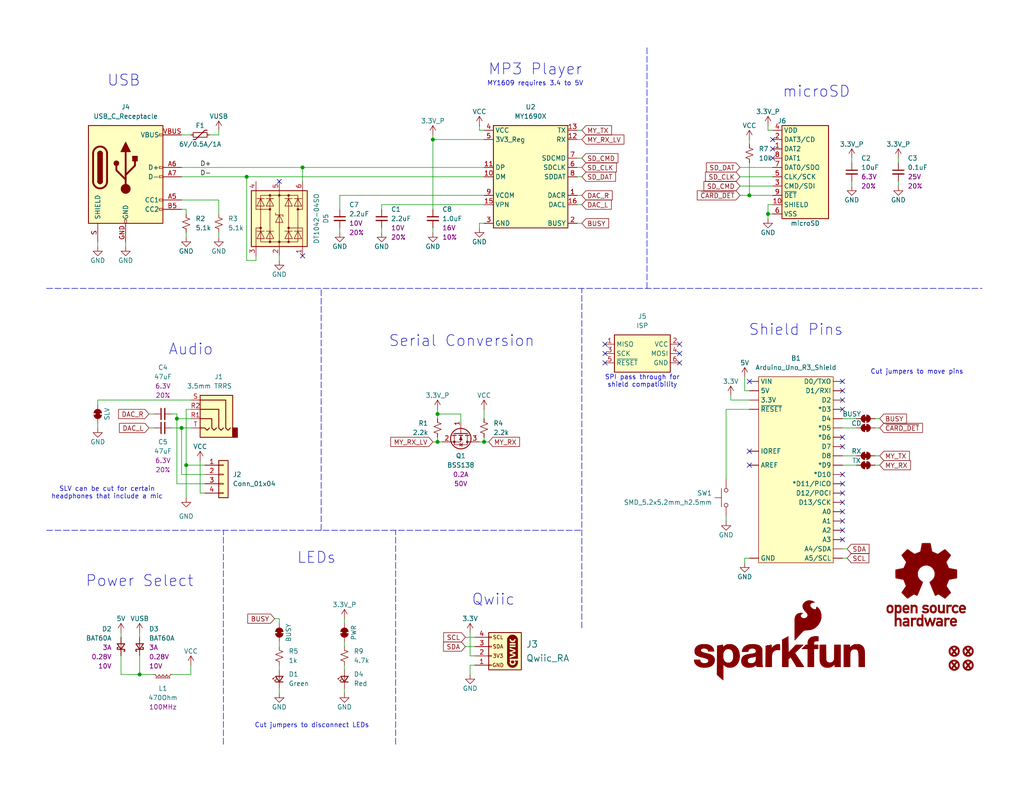
<source format=kicad_sch>
(kicad_sch (version 20231120) (generator "eeschema") (generator_version "8.0")
  (paper "USLetter")
  (title_block (title "SparkFun Serial MP3 Player Shield") (date "2025-01-17") (rev "v11") (comment 1 "Designed by: N. Seidle"))
  (junction (at 67.31 48.26))
  (junction (at 204.47 53.34))
  (junction (at 209.55 58.42))
  (junction (at 48.26 114.3))
  (junction (at 119.38 120.65))
  (junction (at 50.8 127))
  (junction (at 82.55 45.72))
  (junction (at 118.11 38.1))
  (junction (at 132.08 120.65))
  (junction (at 38.1 184.15))
  (junction (at 119.38 113.03))
  (junction (at 49.53 116.84))
  (no_connect (at 229.87 109.22))
  (no_connect (at 229.87 132.08))
  (no_connect (at 210.82 40.64))
  (no_connect (at 229.87 139.7))
  (no_connect (at 165.1 93.98))
  (no_connect (at 210.82 43.18))
  (no_connect (at 229.87 119.38))
  (no_connect (at 229.87 137.16))
  (no_connect (at 204.47 104.14))
  (no_connect (at 229.87 134.62))
  (no_connect (at 229.87 142.24))
  (no_connect (at 165.1 96.52))
  (no_connect (at 185.42 96.52))
  (no_connect (at 229.87 147.32))
  (no_connect (at 229.87 144.78))
  (no_connect (at 185.42 93.98))
  (no_connect (at 76.2 49.53))
  (no_connect (at 82.55 69.85))
  (no_connect (at 229.87 106.68))
  (no_connect (at 229.87 111.76))
  (no_connect (at 210.82 38.1))
  (no_connect (at 185.42 99.06))
  (no_connect (at 165.1 99.06))
  (no_connect (at 204.47 127))
  (no_connect (at 229.87 121.92))
  (no_connect (at 204.47 123.19))
  (no_connect (at 229.87 104.14))
  (no_connect (at 229.87 129.54))
  (wire (pts (xy 210.82 35.56) (xy 209.55 35.56)))
  (wire (pts (xy 129.54 179.07) (xy 128.27 179.07)) (stroke (width 0.1524)))
  (wire (pts (xy 48.26 114.3) (xy 52.07 114.3)))
  (wire (pts (xy 33.02 179.07) (xy 33.02 184.15)))
  (wire (pts (xy 40.64 116.84) (xy 41.91 116.84)))
  (wire (pts (xy 203.2 102.87) (xy 203.2 106.68)))
  (wire (pts (xy 59.69 36.83) (xy 59.69 35.56)))
  (wire (pts (xy 201.93 45.72) (xy 210.82 45.72)))
  (wire (pts (xy 118.11 36.83) (xy 118.11 38.1)))
  (wire (pts (xy 59.69 64.77) (xy 59.69 63.5)))
  (wire (pts (xy 92.71 63.5) (xy 92.71 62.23)))
  (wire (pts (xy 240.03 127) (xy 238.76 127)))
  (wire (pts (xy 54.61 125.73) (xy 54.61 134.62)))
  (wire (pts (xy 232.41 44.45) (xy 232.41 43.18)))
  (wire (pts (xy 158.75 53.34) (xy 157.48 53.34)))
  (wire (pts (xy 240.03 114.3) (xy 238.76 114.3)))
  (wire (pts (xy 46.99 113.03) (xy 48.26 113.03)))
  (wire (pts (xy 129.54 176.53) (xy 127 176.53)) (stroke (width 0.1524)))
  (polyline (pts (xy 176.53 78.74) (xy 176.53 12.7)) (stroke (width 0) (type dash)))
  (wire (pts (xy 119.38 114.3) (xy 119.38 113.03)))
  (wire (pts (xy 50.8 64.77) (xy 50.8 63.5)))
  (wire (pts (xy 119.38 120.65) (xy 120.65 120.65)))
  (wire (pts (xy 76.2 170.18) (xy 76.2 168.91)))
  (wire (pts (xy 49.53 116.84) (xy 52.07 116.84)))
  (wire (pts (xy 209.55 34.29) (xy 209.55 35.56)))
  (wire (pts (xy 50.8 127) (xy 50.8 135.89)))
  (wire (pts (xy 128.27 179.07) (xy 128.27 172.72)) (stroke (width 0.1524)))
  (wire (pts (xy 158.75 35.56) (xy 157.48 35.56)))
  (wire (pts (xy 55.88 134.62) (xy 54.61 134.62)))
  (wire (pts (xy 119.38 119.38) (xy 119.38 120.65)))
  (wire (pts (xy 49.53 129.54) (xy 49.53 116.84)))
  (wire (pts (xy 76.2 182.88) (xy 76.2 181.61)))
  (wire (pts (xy 104.14 55.88) (xy 104.14 57.15)))
  (wire (pts (xy 49.53 54.61) (xy 59.69 54.61)))
  (wire (pts (xy 67.31 48.26) (xy 67.31 71.12)))
  (wire (pts (xy 38.1 179.07) (xy 38.1 184.15)))
  (wire (pts (xy 201.93 50.8) (xy 210.82 50.8)))
  (wire (pts (xy 233.68 127) (xy 229.87 127)))
  (wire (pts (xy 158.75 45.72) (xy 157.48 45.72)))
  (polyline (pts (xy 12.7 144.78) (xy 158.75 144.78)) (stroke (width 0) (type dash)))
  (wire (pts (xy 26.67 109.22) (xy 52.07 109.22)))
  (wire (pts (xy 34.29 66.04) (xy 34.29 67.31)))
  (wire (pts (xy 204.47 44.45) (xy 204.47 53.34)))
  (wire (pts (xy 199.39 109.22) (xy 204.47 109.22)))
  (wire (pts (xy 201.93 48.26) (xy 210.82 48.26)))
  (wire (pts (xy 199.39 109.22) (xy 199.39 107.95)))
  (wire (pts (xy 92.71 53.34) (xy 92.71 57.15)))
  (polyline (pts (xy 107.95 203.2) (xy 107.95 144.78)) (stroke (width 0) (type dash)))
  (wire (pts (xy 198.12 130.81) (xy 198.12 111.76)))
  (wire (pts (xy 128.27 181.61) (xy 128.27 184.15)) (stroke (width 0.1524)))
  (wire (pts (xy 203.2 106.68) (xy 204.47 106.68)))
  (wire (pts (xy 48.26 132.08) (xy 48.26 114.3)))
  (wire (pts (xy 57.15 36.83) (xy 59.69 36.83)))
  (wire (pts (xy 69.85 71.12) (xy 67.31 71.12)))
  (wire (pts (xy 50.8 127) (xy 55.88 127)))
  (wire (pts (xy 132.08 119.38) (xy 132.08 120.65)))
  (wire (pts (xy 46.99 116.84) (xy 49.53 116.84)))
  (wire (pts (xy 92.71 53.34) (xy 132.08 53.34)))
  (wire (pts (xy 93.98 182.88) (xy 93.98 181.61)))
  (wire (pts (xy 233.68 124.46) (xy 229.87 124.46)))
  (wire (pts (xy 201.93 53.34) (xy 204.47 53.34)))
  (wire (pts (xy 130.81 35.56) (xy 132.08 35.56)))
  (wire (pts (xy 198.12 142.24) (xy 198.12 140.97)))
  (wire (pts (xy 49.53 57.15) (xy 50.8 57.15)))
  (wire (pts (xy 33.02 173.99) (xy 33.02 172.72)))
  (wire (pts (xy 93.98 168.91) (xy 93.98 170.18)))
  (wire (pts (xy 104.14 55.88) (xy 132.08 55.88)))
  (wire (pts (xy 52.07 111.76) (xy 50.8 111.76)))
  (wire (pts (xy 76.2 71.12) (xy 76.2 69.85)))
  (wire (pts (xy 82.55 45.72) (xy 132.08 45.72)))
  (wire (pts (xy 210.82 58.42) (xy 209.55 58.42)))
  (wire (pts (xy 46.99 184.15) (xy 52.07 184.15)))
  (wire (pts (xy 26.67 116.84) (xy 26.67 115.57)))
  (wire (pts (xy 26.67 66.04) (xy 26.67 67.31)))
  (wire (pts (xy 119.38 113.03) (xy 125.73 113.03)))
  (wire (pts (xy 209.55 55.88) (xy 209.55 58.42)))
  (wire (pts (xy 158.75 48.26) (xy 157.48 48.26)))
  (wire (pts (xy 233.68 116.84) (xy 229.87 116.84)))
  (wire (pts (xy 238.76 124.46) (xy 240.03 124.46)))
  (wire (pts (xy 204.47 152.4) (xy 203.2 152.4)))
  (polyline (pts (xy 12.7 78.74) (xy 137.16 78.74)) (stroke (width 0) (type dash)))
  (wire (pts (xy 48.26 113.03) (xy 48.26 114.3)))
  (wire (pts (xy 158.75 43.18) (xy 157.48 43.18)))
  (wire (pts (xy 74.93 168.91) (xy 76.2 168.91)))
  (wire (pts (xy 203.2 152.4) (xy 203.2 153.67)))
  (polyline (pts (xy 60.96 203.2) (xy 60.96 144.78)) (stroke (width 0) (type dash)))
  (wire (pts (xy 158.75 38.1) (xy 157.48 38.1)))
  (wire (pts (xy 240.03 116.84) (xy 238.76 116.84)))
  (wire (pts (xy 132.08 111.76) (xy 132.08 114.3)))
  (wire (pts (xy 59.69 54.61) (xy 59.69 58.42)))
  (wire (pts (xy 118.11 38.1) (xy 118.11 57.15)))
  (wire (pts (xy 38.1 184.15) (xy 41.91 184.15)))
  (wire (pts (xy 93.98 187.96) (xy 93.98 189.23)))
  (wire (pts (xy 130.81 34.29) (xy 130.81 35.56)))
  (wire (pts (xy 76.2 187.96) (xy 76.2 189.23)))
  (wire (pts (xy 40.64 113.03) (xy 41.91 113.03)))
  (wire (pts (xy 69.85 69.85) (xy 69.85 71.12)))
  (wire (pts (xy 245.11 44.45) (xy 245.11 43.18)))
  (wire (pts (xy 50.8 57.15) (xy 50.8 58.42)))
  (wire (pts (xy 209.55 58.42) (xy 209.55 59.69)))
  (wire (pts (xy 204.47 53.34) (xy 210.82 53.34)))
  (wire (pts (xy 93.98 176.53) (xy 93.98 175.26)))
  (wire (pts (xy 49.53 48.26) (xy 67.31 48.26)))
  (wire (pts (xy 158.75 60.96) (xy 157.48 60.96)))
  (wire (pts (xy 104.14 63.5) (xy 104.14 62.23)))
  (wire (pts (xy 118.11 120.65) (xy 119.38 120.65)))
  (wire (pts (xy 233.68 114.3) (xy 229.87 114.3)))
  (wire (pts (xy 50.8 111.76) (xy 50.8 127)))
  (wire (pts (xy 245.11 50.8) (xy 245.11 49.53)))
  (wire (pts (xy 52.07 181.61) (xy 52.07 184.15)))
  (wire (pts (xy 132.08 60.96) (xy 130.81 60.96)))
  (wire (pts (xy 158.75 55.88) (xy 157.48 55.88)))
  (wire (pts (xy 198.12 111.76) (xy 204.47 111.76)))
  (wire (pts (xy 38.1 173.99) (xy 38.1 172.72)))
  (wire (pts (xy 130.81 120.65) (xy 132.08 120.65)))
  (wire (pts (xy 129.54 173.99) (xy 127 173.99)) (stroke (width 0.1524)))
  (wire (pts (xy 67.31 48.26) (xy 132.08 48.26)))
  (wire (pts (xy 55.88 132.08) (xy 48.26 132.08)))
  (wire (pts (xy 26.67 109.22) (xy 26.67 110.49)))
  (wire (pts (xy 76.2 176.53) (xy 76.2 175.26)))
  (wire (pts (xy 119.38 111.76) (xy 119.38 113.03)))
  (wire (pts (xy 82.55 45.72) (xy 82.55 49.53)))
  (wire (pts (xy 129.54 181.61) (xy 128.27 181.61)) (stroke (width 0.1524)))
  (polyline (pts (xy 87.63 144.78) (xy 87.63 78.74)) (stroke (width 0) (type dash)))
  (wire (pts (xy 52.07 36.83) (xy 49.53 36.83)))
  (wire (pts (xy 132.08 120.65) (xy 133.35 120.65)))
  (wire (pts (xy 232.41 50.8) (xy 232.41 49.53)))
  (polyline (pts (xy 137.16 78.74) (xy 267.97 78.74)) (stroke (width 0) (type dash)))
  (wire (pts (xy 49.53 45.72) (xy 82.55 45.72)))
  (wire (pts (xy 231.14 149.86) (xy 229.87 149.86)))
  (wire (pts (xy 130.81 60.96) (xy 130.81 62.23)))
  (wire (pts (xy 210.82 55.88) (xy 209.55 55.88)))
  (wire (pts (xy 33.02 184.15) (xy 38.1 184.15)))
  (wire (pts (xy 118.11 63.5) (xy 118.11 62.23)))
  (wire (pts (xy 231.14 152.4) (xy 229.87 152.4)))
  (wire (pts (xy 55.88 129.54) (xy 49.53 129.54)))
  (wire (pts (xy 125.73 113.03) (xy 125.73 115.57)))
  (wire (pts (xy 132.08 38.1) (xy 118.11 38.1)))
  (wire (pts (xy 204.47 38.1) (xy 204.47 39.37)))
  (polyline (pts (xy 158.75 171.45) (xy 158.75 78.74)) (stroke (width 0) (type dash)))
  (text "Cut jumpers to disconnect LEDs" (at 85.09 198.12 0) (effects (font (size 1.27 1.27))))
  (text "MY1609 requires 3.4 to 5V" (at 146.05 22.86 0) (effects (font (size 1.27 1.27))))
  (text "Serial Conversion" (at 125.984 93.218 0) (effects (font (size 3 3))))
  (text "Cut jumpers to move pins" (at 250.19 101.6 0) (effects (font (size 1.27 1.27))))
  (text "Audio" (at 52.07 95.504 0) (effects (font (size 3 3))))
  (text "USB" (at 33.782 22.098 0) (effects (font (size 3 3))))
  (text "microSD" (at 222.758 25.146 0) (effects (font (size 3 3))))
  (text "SPI pass through for\nshield compatibility" (at 175.26 104.14 0) (effects (font (size 1.27 1.27))))
  (text "SLV can be cut for certain\nheadphones that include a mic" (at 29.21 134.62 0) (effects (font (size 1.27 1.27))))
  (text "MP3 Player" (at 146.05 19.05 0) (effects (font (size 3 3))))
  (text "Qwiic" (at 134.62 163.83 0) (effects (font (size 3 3))))
  (text "Power Select" (at 38.1 158.75 0) (effects (font (size 3 3))))
  (text "Shield Pins" (at 217.17 90.17 0) (effects (font (size 3 3))))
  (text "LEDs" (at 86.36 152.4 0) (effects (font (size 3 3))))
  (label "D-" (at 54.61 48.26 0))
  (label "D+" (at 54.61 45.72 0))
  (global_label "BUSY" (shape input) (at 74.93 168.91 180) (property "Intersheetrefs" "${INTERSHEET_REFS}" (effects (hide yes))))
  (global_label "DAC_R" (shape input) (at 40.64 113.03 180) (property "Intersheetrefs" "${INTERSHEET_REFS}" (effects (hide yes))))
  (global_label "SD_DAT" (shape input) (at 158.75 48.26 0) (property "Intersheetrefs" "${INTERSHEET_REFS}" (effects (hide yes))))
  (global_label "SCL" (shape input) (at 231.14 152.4 0) (property "Intersheetrefs" "${INTERSHEET_REFS}" (effects (hide yes))))
  (global_label "SD_CLK" (shape input) (at 158.75 45.72 0) (property "Intersheetrefs" "${INTERSHEET_REFS}" (effects (hide yes))))
  (global_label "SD_DAT" (shape input) (at 201.93 45.72 180) (property "Intersheetrefs" "${INTERSHEET_REFS}" (effects (hide yes))))
  (global_label "MY_TX" (shape input) (at 158.75 35.56 0) (property "Intersheetrefs" "${INTERSHEET_REFS}" (effects (hide yes))))
  (global_label "DAC_L" (shape input) (at 158.75 55.88 0) (property "Intersheetrefs" "${INTERSHEET_REFS}" (effects (hide yes))))
  (global_label "SDA" (shape input) (at 231.14 149.86 0) (property "Intersheetrefs" "${INTERSHEET_REFS}" (effects (hide yes))))
  (global_label "MY_RX_LV" (shape input) (at 158.75 38.1 0) (property "Intersheetrefs" "${INTERSHEET_REFS}" (effects (hide yes))))
  (global_label "~{CARD_DET}" (shape input) (at 240.03 116.84 0) (property "Intersheetrefs" "${INTERSHEET_REFS}" (effects (hide yes))))
  (global_label "SD_CMD" (shape input) (at 201.93 50.8 180) (property "Intersheetrefs" "${INTERSHEET_REFS}" (effects (hide yes))))
  (global_label "MY_RX" (shape input) (at 240.03 127 0) (property "Intersheetrefs" "${INTERSHEET_REFS}" (effects (hide yes))))
  (global_label "~{CARD_DET}" (shape input) (at 201.93 53.34 180) (property "Intersheetrefs" "${INTERSHEET_REFS}" (effects (hide yes))))
  (global_label "SD_CLK" (shape input) (at 201.93 48.26 180) (property "Intersheetrefs" "${INTERSHEET_REFS}" (effects (hide yes))))
  (global_label "MY_TX" (shape input) (at 240.03 124.46 0) (property "Intersheetrefs" "${INTERSHEET_REFS}" (effects (hide yes))))
  (global_label "MY_RX_LV" (shape input) (at 118.11 120.65 180) (property "Intersheetrefs" "${INTERSHEET_REFS}" (effects (hide yes))))
  (global_label "DAC_R" (shape input) (at 158.75 53.34 0) (property "Intersheetrefs" "${INTERSHEET_REFS}" (effects (hide yes))))
  (global_label "SD_CMD" (shape input) (at 158.75 43.18 0) (property "Intersheetrefs" "${INTERSHEET_REFS}" (effects (hide yes))))
  (global_label "BUSY" (shape input) (at 240.03 114.3 0) (property "Intersheetrefs" "${INTERSHEET_REFS}" (effects (hide yes))))
  (global_label "SDA" (shape input) (at 127 176.53 180) (property "Intersheetrefs" "${INTERSHEET_REFS}" (effects (hide yes))))
  (global_label "DAC_L" (shape input) (at 40.64 116.84 180) (property "Intersheetrefs" "${INTERSHEET_REFS}" (effects (hide yes))))
  (global_label "SCL" (shape input) (at 127 173.99 180) (property "Intersheetrefs" "${INTERSHEET_REFS}" (effects (hide yes))))
  (global_label "BUSY" (shape input) (at 158.75 60.96 0) (property "Intersheetrefs" "${INTERSHEET_REFS}" (effects (hide yes))))
  (global_label "MY_RX" (shape input) (at 133.35 120.65 0) (property "Intersheetrefs" "${INTERSHEET_REFS}" (effects (hide yes))))
  (symbol (lib_id "SparkFun-Connector:Qwiic_Right_Angle") (at 134.62 176.53 0) (unit 1)
    (property "Reference" "J3" (at 143.51 175.8949 0) (effects (font (size 1.778 1.778)) (justify left)))
    (property "Value" "Qwiic_RA" (at 143.51 179.7049 0) (effects (font (size 1.778 1.778)) (justify left)))
    (property "Footprint" "SparkFun-Connector:JST_SMD_1.0mm-4_Black" (effects (hide yes)))
    (property "Datasheet" "https://www.jst-mfg.com/product/pdf/eng/eSH.pdf" (effects (hide yes)))
    (property "Description" "4 pin JST 1mm polarized connector for I2C" (effects (hide yes)))
    (property "PROD_ID" "CONN-13694" (effects (hide yes)))
  )
  (symbol (lib_id "SparkFun-Switch:SPST_Push_SMD_5.2x5.2mm_h2.5mm") (at 198.12 135.89 90) (unit 1)
    (property "Reference" "SW1" (at 194.31 134.6199 90) (effects (justify left)))
    (property "Value" "SMD_5.2x5.2mm_h2.5mm" (at 194.31 137.1599 90) (effects (justify left)))
    (property "Footprint" "SparkFun-Switch:Push_SMD_5.2x5.2mm_h2.5mm" (effects (hide yes)))
    (property "Description" "Single Pole Single Throw (SPST) switch" (effects (hide yes)))
    (property "PROD_ID" "SWCH-14139" (effects (hide yes)))
  )
  (symbol (lib_id "power:VCC") (at 54.61 125.73 0) (unit 1)
    (property "Reference" "#PWR031" (effects (hide yes)))
    (property "Value" "VCC" (at 54.61 121.92 0))
    (property "Description" "Power symbol creates a global label with name \"VCC\"" (effects (hide yes)))
  )
  (symbol (lib_id "SparkFun-PowerSymbol:GND") (at 93.98 189.23 0) (unit 1)
    (property "Reference" "#PWR037" (effects (hide yes)))
    (property "Value" "GND" (at 93.98 193.04 0))
    (property "Description" "Power symbol creates a global label with name \"GND\" , ground" (effects (hide yes)))
  )
  (symbol (lib_id "SparkFun-PowerSymbol:3.3V_P") (at 119.38 111.76 0) (unit 1)
    (property "Reference" "#PWR018" (effects (hide yes)))
    (property "Value" "3.3V_P" (at 119.38 107.95 0))
    (property "Description" "Power symbol creates a global label with name \"3.3V_P\"" (effects (hide yes)))
  )
  (symbol (lib_id "SparkFun-Capacitor:2.2uF_0603_10V_20%") (at 92.71 59.69 0) (unit 1)
    (property "Reference" "C7" (at 95.25 55.8862 0) (effects (justify left)))
    (property "Value" "2.2uF" (at 95.25 58.4262 0) (effects (justify left)))
    (property "Footprint" "SparkFun-Capacitor:C_0603_1608Metric" (effects (hide yes)))
    (property "Datasheet" "https://cdn.sparkfun.com/assets/8/a/4/a/5/Kemet_Capacitor_Datasheet.pdf" (effects (hide yes)))
    (property "Description" "Unpolarized capacitor" (effects (hide yes)))
    (property "PROD_ID" "CAP-07888" (effects (hide yes)))
    (property "Voltage" "10V" (at 95.25 60.9662 0) (effects (justify left)))
    (property "Tolerance" "20%" (at 95.25 63.5062 0) (effects (justify left)))
  )
  (symbol (lib_id "SparkFun-DiscreteSemi:D_TVS_ESD_USB") (at 76.2 58.42 0) (mirror y) (unit 1)
    (property "Reference" "D5" (at 88.9 59.69 90))
    (property "Value" "DT1042-04SO" (at 86.36 59.69 90))
    (property "Footprint" "SparkFun-Semiconductor-Standard:SOT23-6" (effects (hide yes)))
    (property "Datasheet" "https://www.diodes.com/assets/Datasheets/DT1042-04SO.pdf" (effects (hide yes)))
    (property "Description" "Very low capacitance ESD protection diode, 4 data-line, SOT-23-6" (effects (hide yes)))
    (property "PROD_ID" "IC-13538" (effects (hide yes)))
  )
  (symbol (lib_id "SparkFun-DiscreteSemi:D_Schottky_3A_10V_0.28V") (at 38.1 176.53 90) (unit 1)
    (property "Reference" "D3" (at 40.64 171.7039 90) (effects (justify right)))
    (property "Value" "BAT60A" (at 40.64 174.2439 90) (effects (justify right)))
    (property "Footprint" "SparkFun-Semiconductor-Standard:SOD-323" (effects (hide yes)))
    (property "Datasheet" "https://www.infineon.com/dgdl/bat60aseries.pdf?folderId=db3a304313d846880113def5812204a1&fileId=db3a304313d846880113def70c9304a9" (effects (hide yes)))
    (property "Description" "Schottky diode" (effects (hide yes)))
    (property "PROD_ID" "DIO-14072" (effects (hide yes)))
    (property "IMax" "3A" (at 40.64 176.7839 90) (effects (justify right)))
    (property "VDrop" "0.28V" (at 40.64 179.3239 90) (effects (justify right)))
    (property "VMax" "10V" (at 40.64 181.8639 90) (effects (justify right)))
  )
  (symbol (lib_id "power:VCC") (at 204.47 38.1 0) (unit 1)
    (property "Reference" "#PWR033" (effects (hide yes)))
    (property "Value" "VCC" (at 204.47 34.29 0))
    (property "Description" "Power symbol creates a global label with name \"VCC\"" (effects (hide yes)))
  )
  (symbol (lib_id "SparkFun-DiscreteSemi:D_Schottky_3A_10V_0.28V") (at 33.02 176.53 270) (mirror x) (unit 1)
    (property "Reference" "D2" (at 30.48 171.7039 90) (effects (justify right)))
    (property "Value" "BAT60A" (at 30.48 174.2439 90) (effects (justify right)))
    (property "Footprint" "SparkFun-Semiconductor-Standard:SOD-323" (effects (hide yes)))
    (property "Datasheet" "https://www.infineon.com/dgdl/bat60aseries.pdf?folderId=db3a304313d846880113def5812204a1&fileId=db3a304313d846880113def70c9304a9" (effects (hide yes)))
    (property "Description" "Schottky diode" (effects (hide yes)))
    (property "PROD_ID" "DIO-14072" (effects (hide yes)))
    (property "IMax" "3A" (at 30.48 176.7839 90) (effects (justify right)))
    (property "VDrop" "0.28V" (at 30.48 179.3239 90) (effects (justify right)))
    (property "VMax" "10V" (at 30.48 181.8639 90) (effects (justify right)))
  )
  (symbol (lib_id "SparkFun-Aesthetic:SparkFun_Logo") (at 212.09 179.07 0) (unit 1) (on_board no)
    (property "Reference" "G5" (effects (hide yes)))
    (property "Value" "SparkFun_Logo" (effects (hide yes)))
    (property "Footprint" "SparkFun-Aesthetic:SparkFun_Logo_8mm" (effects (hide yes)))
  )
  (symbol (lib_id "SparkFun-Connector:USB_C_Receptacle") (at 34.29 45.72 0) (unit 1)
    (property "Reference" "J4" (at 34.29 29.21 0))
    (property "Value" "USB_C_Receptacle" (at 34.29 31.75 0))
    (property "Footprint" "SparkFun-Connector:USB-C_16" (effects (hide yes)))
    (property "Datasheet" "https://www.usb.org/sites/default/files/documents/usb_type-c.zip" (effects (hide yes)))
    (property "Description" "USB 2.0-only Type-C Receptacle connector" (effects (hide yes)))
    (property "PROD_ID" "CONN-14122" (effects (hide yes)))
  )
  (symbol (lib_id "SparkFun-Connector:Conn_01x04") (at 60.96 129.54 0) (unit 1)
    (property "Reference" "J2" (at 63.5 129.5399 0) (effects (justify left)))
    (property "Value" "Conn_01x04" (at 63.5 132.0799 0) (effects (justify left)))
    (property "Footprint" "SparkFun-Connector:1x04" (effects (hide yes)))
    (property "Description" "Basic 0.1\" PTH" (effects (hide yes)))
  )
  (symbol (lib_id "SparkFun-PowerSymbol:GND") (at 128.27 184.15 0) (unit 1)
    (property "Reference" "#PWR032" (effects (hide yes)))
    (property "Value" "GND" (at 128.27 187.96 0))
    (property "Description" "Power symbol creates a global label with name \"GND\" , ground" (effects (hide yes)))
  )
  (symbol (lib_id "SparkFun-Capacitor:47uF_0805_6.3V_20%") (at 44.45 113.03 90) (unit 1)
    (property "Reference" "C4" (at 44.4563 100.33 90))
    (property "Value" "47uF" (at 44.4563 102.87 90))
    (property "Footprint" "SparkFun-Capacitor:C_0805_2012Metric" (effects (hide yes)))
    (property "Datasheet" "https://cdn.sparkfun.com/assets/8/a/4/a/5/Kemet_Capacitor_Datasheet.pdf" (effects (hide yes)))
    (property "Description" "Unpolarized capacitor" (effects (hide yes)))
    (property "PROD_ID" "CAP-13854" (effects (hide yes)))
    (property "Voltage" "6.3V" (at 44.4563 105.41 90))
    (property "Tolerance" "20%" (at 44.4563 107.95 90))
  )
  (symbol (lib_id "SparkFun-Jumper:SolderJumper_2_Bridged") (at 26.67 113.03 90) (unit 1)
    (property "Reference" "JP7" (effects (hide yes)))
    (property "Value" "SLV" (at 29.21 113.03 0))
    (property "Footprint" "SparkFun-Jumper:Jumper_2_NC_Trace" (effects (hide yes)))
    (property "Description" "Solder Jumper, 2-pole, closed/bridged" (effects (hide yes)))
  )
  (symbol (lib_id "SparkFun-Capacitor:2.2uF_0603_10V_20%") (at 104.14 59.69 0) (unit 1)
    (property "Reference" "C1" (at 106.68 57.15 0) (effects (justify left)))
    (property "Value" "2.2uF" (at 106.68 59.69 0) (effects (justify left)))
    (property "Footprint" "SparkFun-Capacitor:C_0603_1608Metric" (effects (hide yes)))
    (property "Datasheet" "https://cdn.sparkfun.com/assets/8/a/4/a/5/Kemet_Capacitor_Datasheet.pdf" (effects (hide yes)))
    (property "Description" "Unpolarized capacitor" (effects (hide yes)))
    (property "PROD_ID" "CAP-07888" (effects (hide yes)))
    (property "Voltage" "10V" (at 106.68 62.23 0) (effects (justify left)))
    (property "Tolerance" "20%" (at 106.68 64.77 0) (effects (justify left)))
  )
  (symbol (lib_id "SparkFun-PowerSymbol:3.3V_P") (at 209.55 34.29 0) (unit 1)
    (property "Reference" "#PWR011" (effects (hide yes)))
    (property "Value" "3.3V_P" (at 209.55 30.48 0))
    (property "Description" "Power symbol creates a global label with name \"3.3V_P\"" (effects (hide yes)))
  )
  (symbol (lib_id "SparkFun-Fuse:Fuse 6V/0.5A/1A") (at 54.61 36.83 180) (unit 1)
    (property "Reference" "F1" (at 54.61 34.29 0))
    (property "Value" "6V/0.5A/1A" (at 54.61 39.37 0))
    (property "Footprint" "SparkFun-Fuse:0805" (effects (hide yes)))
    (property "Datasheet" "https://www.belfuse.com/resources/datasheets/circuitprotection/ds-cp-0zck-series.pdf" (effects (hide yes)))
    (property "Description" "Resettable fuse" (effects (hide yes)))
    (property "PROD_ID" "RES-13945" (effects (hide yes)))
  )
  (symbol (lib_name "3.3V_2") (lib_id "SparkFun-PowerSymbol:3.3V") (at 199.39 107.95 0) (unit 1)
    (property "Reference" "#PWR035" (effects (hide yes)))
    (property "Value" "3.3V" (at 199.39 104.14 0))
    (property "Description" "Power symbol creates a global label with name \"3.3V\"" (effects (hide yes)))
  )
  (symbol (lib_id "SparkFun-PowerSymbol:GND") (at 76.2 71.12 0) (unit 1)
    (property "Reference" "#PWR019" (effects (hide yes)))
    (property "Value" "GND" (at 76.2 74.93 0))
    (property "Description" "Power symbol creates a global label with name \"GND\" , ground" (effects (hide yes)))
  )
  (symbol (lib_id "SparkFun-Aesthetic:Fiducial_0.5mm") (at 264.16 177.8 0) (unit 1)
    (property "Reference" "FID1" (effects (hide yes)))
    (property "Value" "Fiducial_0.5mm" (effects (hide yes)))
    (property "Footprint" "SparkFun-Aesthetic:Fiducial_0.5mm_Mask1mm" (effects (hide yes)))
    (property "Description" "Fiducial Marker" (effects (hide yes)))
  )
  (symbol (lib_id "SparkFun-PowerSymbol:VUSB") (at 38.1 172.72 0) (unit 1)
    (property "Reference" "#PWR028" (effects (hide yes)))
    (property "Value" "VUSB" (at 38.1 168.91 0))
    (property "Description" "Power symbol creates a global label with name \"VUSB\"" (effects (hide yes)))
  )
  (symbol (lib_id "SparkFun-Aesthetic:Fiducial_0.5mm") (at 264.16 181.61 0) (unit 1)
    (property "Reference" "FID4" (effects (hide yes)))
    (property "Value" "Fiducial_0.5mm" (effects (hide yes)))
    (property "Footprint" "SparkFun-Aesthetic:Fiducial_0.5mm_Mask1mm" (effects (hide yes)))
    (property "Description" "Fiducial Marker" (effects (hide yes)))
  )
  (symbol (lib_id "SparkFun-Capacitor:47uF_0805_6.3V_20%") (at 44.45 116.84 90) (unit 1)
    (property "Reference" "C5" (at 44.4563 120.65 90))
    (property "Value" "47uF" (at 44.4563 123.19 90))
    (property "Footprint" "SparkFun-Capacitor:C_0805_2012Metric" (effects (hide yes)))
    (property "Datasheet" "https://cdn.sparkfun.com/assets/8/a/4/a/5/Kemet_Capacitor_Datasheet.pdf" (effects (hide yes)))
    (property "Description" "Unpolarized capacitor" (effects (hide yes)))
    (property "PROD_ID" "CAP-13854" (effects (hide yes)))
    (property "Voltage" "6.3V" (at 44.4563 125.73 90))
    (property "Tolerance" "20%" (at 44.4563 128.27 90))
  )
  (symbol (lib_id "SparkFun-PowerSymbol:5V") (at 203.2 102.87 0) (unit 1)
    (property "Reference" "#PWR029" (effects (hide yes)))
    (property "Value" "5V" (at 203.2 99.06 0))
    (property "Description" "Power symbol creates a global label with name \"5V\"" (effects (hide yes)))
  )
  (symbol (lib_id "power:VCC") (at 132.08 111.76 0) (unit 1)
    (property "Reference" "#PWR07" (effects (hide yes)))
    (property "Value" "VCC" (at 132.08 107.95 0))
    (property "Description" "Power symbol creates a global label with name \"VCC\"" (effects (hide yes)))
  )
  (symbol (lib_id "power:VCC") (at 130.81 34.29 0) (unit 1)
    (property "Reference" "#PWR05" (effects (hide yes)))
    (property "Value" "VCC" (at 130.81 30.48 0))
    (property "Description" "Power symbol creates a global label with name \"VCC\"" (effects (hide yes)))
  )
  (symbol (lib_id "SparkFun-Resistor:1k_0603") (at 76.2 179.07 90) (unit 1)
    (property "Reference" "R5" (at 78.74 177.7999 90) (effects (justify right)))
    (property "Value" "1k" (at 78.74 180.3399 90) (effects (justify right)))
    (property "Footprint" "SparkFun-Resistor:R_0603_1608Metric" (effects (hide yes)))
    (property "Datasheet" "https://www.vishay.com/docs/20035/dcrcwe3.pdf" (effects (hide yes)))
    (property "Description" "Resistor" (effects (hide yes)))
    (property "PROD_ID" "RES-07856" (effects (hide yes)))
  )
  (symbol (lib_id "SparkFun-PowerSymbol:GND") (at 26.67 116.84 0) (unit 1)
    (property "Reference" "#PWR030" (effects (hide yes)))
    (property "Value" "GND" (at 26.67 120.65 0))
    (property "Description" "Power symbol creates a global label with name \"GND\" , ground" (effects (hide yes)))
  )
  (symbol (lib_id "SparkFun-PowerSymbol:3.3V_P") (at 245.11 43.18 0) (unit 1)
    (property "Reference" "#PWR027" (effects (hide yes)))
    (property "Value" "3.3V_P" (at 245.11 39.37 0))
    (property "Description" "Power symbol creates a global label with name \"3.3V_P\"" (effects (hide yes)))
  )
  (symbol (lib_id "SparkFun-PowerSymbol:GND") (at 209.55 59.69 0) (unit 1)
    (property "Reference" "#PWR021" (effects (hide yes)))
    (property "Value" "GND" (at 209.55 63.5 0))
    (property "Description" "Power symbol creates a global label with name \"GND\" , ground" (effects (hide yes)))
  )
  (symbol (lib_id "SparkFun-Aesthetic:OSHW_Logo") (at 252.73 163.83 0) (unit 1) (in_bom no)
    (property "Reference" "G1" (effects (hide yes)))
    (property "Value" "OSHW_Logo" (effects (hide yes)))
    (property "Footprint" "SparkFun-Aesthetic:Creative_Commons_License" (effects (hide yes)))
  )
  (symbol (lib_id "SparkFun-Jumper:Jumper_Measure") (at 236.22 124.46 0) (unit 1)
    (property "Reference" "JP5" (effects (hide yes)))
    (property "Value" "RX" (at 233.68 123.19 0))
    (property "Footprint" "SparkFun-Jumper:Jumper_2_PTH_SMD_Combo-NC" (effects (hide yes)))
    (property "Description" "Solder Jumper, 2-pole, closed/bridged" (effects (hide yes)))
  )
  (symbol (lib_name "3.3V_1") (lib_id "SparkFun-PowerSymbol:3.3V") (at 128.27 172.72 0) (unit 1)
    (property "Reference" "#PWR034" (effects (hide yes)))
    (property "Value" "3.3V" (at 128.27 168.91 0))
    (property "Description" "Power symbol creates a global label with name \"3.3V\"" (effects (hide yes)))
  )
  (symbol (lib_id "SparkFun-LED:LED_Green_0603") (at 76.2 185.42 90) (unit 1)
    (property "Reference" "D1" (at 78.74 184.0864 90) (effects (justify right)))
    (property "Value" "Green" (at 78.74 186.6264 90) (effects (justify right)))
    (property "Footprint" "SparkFun-LED:LED_0603_1608Metric_Green" (effects (hide yes)))
    (property "Datasheet" "https://docs.broadcom.com/docs/AV02-0551EN" (effects (hide yes)))
    (property "Description" "Light emitting diode" (effects (hide yes)))
    (property "PROD_ID" "DIO-00821" (effects (hide yes)))
  )
  (symbol (lib_id "SparkFun-Jumper:Jumper_Measure") (at 236.22 116.84 0) (unit 1)
    (property "Reference" "JP3" (effects (hide yes)))
    (property "Value" "CD" (at 233.68 115.57 0))
    (property "Footprint" "SparkFun-Jumper:Jumper_2_PTH_SMD_Combo-NC" (effects (hide yes)))
    (property "Description" "Solder Jumper, 2-pole, closed/bridged" (effects (hide yes)))
  )
  (symbol (lib_id "SparkFun-Resistor:2.2k_0603") (at 132.08 116.84 90) (unit 1)
    (property "Reference" "R4" (at 134.62 115.5699 90) (effects (justify right)))
    (property "Value" "2.2k" (at 134.62 118.1099 90) (effects (justify right)))
    (property "Footprint" "SparkFun-Resistor:R_0603_1608Metric" (effects (hide yes)))
    (property "Datasheet" "https://www.vishay.com/docs/20035/dcrcwe3.pdf" (effects (hide yes)))
    (property "Description" "Resistor" (effects (hide yes)))
    (property "PROD_ID" "RES-08272" (effects (hide yes)))
  )
  (symbol (lib_id "SparkFun-PowerSymbol:GND") (at 26.67 67.31 0) (unit 1)
    (property "Reference" "#PWR09" (effects (hide yes)))
    (property "Value" "GND" (at 26.67 71.12 0))
    (property "Description" "Power symbol creates a global label with name \"GND\" , ground" (effects (hide yes)))
  )
  (symbol (lib_id "SparkFun-Connector:microSD_PushPush") (at 219.71 48.26 0) (unit 1)
    (property "Reference" "J6" (at 213.36 33.02 0))
    (property "Value" "microSD" (at 219.71 60.96 0))
    (property "Footprint" "SparkFun-Connector:microSD_External_Pin" (effects (hide yes)))
    (property "Datasheet" "https://cdn.sparkfun.com/assets/a/d/6/0/8/microSD_Datasheet_msd-1-a.pdf" (effects (hide yes)))
    (property "Description" "Micro SD socket External Pin" (effects (hide yes)))
    (property "PROD_ID" "CONN-16110" (effects (hide yes)))
  )
  (symbol (lib_id "SparkFun-PowerSymbol:3.3V_P") (at 118.11 36.83 0) (unit 1)
    (property "Reference" "#PWR016" (effects (hide yes)))
    (property "Value" "3.3V_P" (at 118.11 33.02 0))
    (property "Description" "Power symbol creates a global label with name \"3.3V_P\"" (effects (hide yes)))
  )
  (symbol (lib_id "SparkFun-Resistor:10k_0603") (at 204.47 41.91 90) (unit 1)
    (property "Reference" "R7" (at 207.01 40.6399 90) (effects (justify right)))
    (property "Value" "10k" (at 207.01 43.1799 90) (effects (justify right)))
    (property "Footprint" "SparkFun-Resistor:R_0603_1608Metric" (effects (hide yes)))
    (property "Datasheet" "https://www.vishay.com/docs/20035/dcrcwe3.pdf" (effects (hide yes)))
    (property "Description" "Resistor" (effects (hide yes)))
    (property "PROD_ID" "RES-00824" (effects (hide yes)))
  )
  (symbol (lib_id "SparkFun-Jumper:Jumper_Measure") (at 236.22 127 0) (unit 1)
    (property "Reference" "JP6" (effects (hide yes)))
    (property "Value" "TX" (at 233.68 125.73 0))
    (property "Footprint" "SparkFun-Jumper:Jumper_2_PTH_SMD_Combo-NC" (effects (hide yes)))
    (property "Description" "Solder Jumper, 2-pole, closed/bridged" (effects (hide yes)))
  )
  (symbol (lib_id "SparkFun-Capacitor:1.0uF_0603_16V_10%") (at 118.11 59.69 0) (unit 1)
    (property "Reference" "C8" (at 120.65 57.15 0) (effects (justify left)))
    (property "Value" "1.0uF" (at 120.65 59.69 0) (effects (justify left)))
    (property "Footprint" "SparkFun-Capacitor:C_0603_1608Metric" (effects (hide yes)))
    (property "Datasheet" "https://cdn.sparkfun.com/assets/8/a/4/a/5/Kemet_Capacitor_Datasheet.pdf" (effects (hide yes)))
    (property "Description" "Unpolarized capacitor" (effects (hide yes)))
    (property "PROD_ID" "CAP-13930" (effects (hide yes)))
    (property "Voltage" "16V" (at 120.65 62.23 0) (effects (justify left)))
    (property "Tolerance" "10%" (at 120.65 64.77 0) (effects (justify left)))
  )
  (symbol (lib_id "SparkFun-PowerSymbol:3.3V_P") (at 232.41 43.18 0) (unit 1)
    (property "Reference" "#PWR026" (effects (hide yes)))
    (property "Value" "3.3V_P" (at 232.41 39.37 0))
    (property "Description" "Power symbol creates a global label with name \"3.3V_P\"" (effects (hide yes)))
  )
  (symbol (lib_id "SparkFun-PowerSymbol:GND") (at 104.14 63.5 0) (unit 1)
    (property "Reference" "#PWR013" (effects (hide yes)))
    (property "Value" "GND" (at 104.14 67.31 0))
    (property "Description" "Power symbol creates a global label with name \"GND\" , ground" (effects (hide yes)))
  )
  (symbol (lib_id "SparkFun-PowerSymbol:VUSB") (at 59.69 35.56 0) (unit 1)
    (property "Reference" "#PWR024" (effects (hide yes)))
    (property "Value" "VUSB" (at 59.69 31.75 0))
    (property "Description" "Power symbol creates a global label with name \"VUSB\"" (effects (hide yes)))
  )
  (symbol (lib_id "SparkFun-Coil:470Ohm_0603_1.0A") (at 44.45 184.15 180) (unit 1)
    (property "Reference" "L1" (at 44.45 187.96 0))
    (property "Value" "470Ohm" (at 44.45 190.5 0))
    (property "Footprint" "SparkFun-Capacitor:C_0603_1608Metric" (effects (hide yes)))
    (property "Datasheet" "http://www.murata.com/en-global/api/pdfdownloadapi?cate=luNoiseSupprFilteChipFerriBead&partno=BLM18PG471SN1%23" (effects (hide yes)))
    (property "Description" "Inductor" (effects (hide yes)))
    (property "PROD_ID" "NDUC-12579" (effects (hide yes)))
    (property "Frequency" "100MHz" (at 44.45 193.04 0))
  )
  (symbol (lib_id "SparkFun-Capacitor:10uF_0603_6.3V_20%") (at 232.41 46.99 0) (unit 1)
    (property "Reference" "C2" (at 234.95 43.1862 0) (effects (justify left)))
    (property "Value" "10uF" (at 234.95 45.7262 0) (effects (justify left)))
    (property "Footprint" "SparkFun-Capacitor:C_0603_1608Metric" (effects (hide yes)))
    (property "Datasheet" "https://cdn.sparkfun.com/assets/8/a/4/a/5/Kemet_Capacitor_Datasheet.pdf" (effects (hide yes)))
    (property "Description" "Unpolarized capacitor" (effects (hide yes)))
    (property "PROD_ID" "CAP-11015" (effects (hide yes)))
    (property "Voltage" "6.3V" (at 234.95 48.2662 0) (effects (justify left)))
    (property "Tolerance" "20%" (at 234.95 50.8062 0) (effects (justify left)))
  )
  (symbol (lib_id "SparkFun-PowerSymbol:GND") (at 245.11 50.8 0) (unit 1)
    (property "Reference" "#PWR025" (effects (hide yes)))
    (property "Value" "GND" (at 245.11 54.61 0))
    (property "Description" "Power symbol creates a global label with name \"GND\" , ground" (effects (hide yes)))
  )
  (symbol (lib_id "SparkFun-IC-Special-Function:MY1690X-16S") (at 144.78 48.26 0) (unit 1)
    (property "Reference" "U2" (at 144.78 29.21 0))
    (property "Value" "MY1690X" (at 144.78 31.75 0))
    (property "Footprint" "SparkFun-Semiconductor-Standard:SO-16" (effects (hide yes)))
    (property "Datasheet" "https://cdn.sparkfun.com/assets/8/9/3/a/8/MY1690X___16S_MP3_Decoder_IC_User_Manual.pdf" (effects (hide yes)))
    (property "Description" "Serial MP3 Decoder/Player" (effects (hide yes)))
    (property "PROD_ID" "IC-16491" (effects (hide yes)))
  )
  (symbol (lib_id "SparkFun-PowerSymbol:5V") (at 33.02 172.72 0) (unit 1)
    (property "Reference" "#PWR022" (effects (hide yes)))
    (property "Value" "5V" (at 33.02 168.91 0))
    (property "Description" "Power symbol creates a global label with name \"5V\"" (effects (hide yes)))
  )
  (symbol (lib_id "SparkFun-DiscreteSemi:Q_NMOS_0.2A_50V") (at 125.73 118.11 270) (unit 1)
    (property "Reference" "Q1" (at 125.73 124.46 90))
    (property "Value" "BSS138" (at 125.73 127 90))
    (property "Footprint" "SparkFun-Semiconductor-Standard:SOT23-3" (effects (hide yes)))
    (property "Datasheet" "https://cdn.sparkfun.com/datasheets/BreakoutBoards/BSS138.pdf" (effects (hide yes)))
    (property "Description" "N-MOSFET transistor, drain/gate/source" (effects (hide yes)))
    (property "PROD_ID" "TRANS-00830" (effects (hide yes)))
    (property "IMax" "0.2A" (at 125.73 129.54 90))
    (property "VMax" "50V" (at 125.73 132.08 90))
  )
  (symbol (lib_id "SparkFun-PowerSymbol:GND") (at 203.2 153.67 0) (unit 1)
    (property "Reference" "#PWR03" (effects (hide yes)))
    (property "Value" "GND" (at 203.2 157.48 0))
    (property "Description" "Power symbol creates a global label with name \"GND\" , ground" (effects (hide yes)))
  )
  (symbol (lib_id "SparkFun-LED:LED_Red_0603") (at 93.98 185.42 90) (unit 1)
    (property "Reference" "D4" (at 96.52 184.0864 90) (effects (justify right)))
    (property "Value" "Red" (at 96.52 186.6264 90) (effects (justify right)))
    (property "Footprint" "SparkFun-LED:LED_0603_1608Metric_Red" (effects (hide yes)))
    (property "Datasheet" "https://docs.broadcom.com/docs/AV02-0551EN" (effects (hide yes)))
    (property "Description" "Light emitting diode" (effects (hide yes)))
    (property "PROD_ID" "DIO-17976" (effects (hide yes)))
  )
  (symbol (lib_id "SparkFun-PowerSymbol:GND") (at 232.41 50.8 0) (unit 1)
    (property "Reference" "#PWR023" (effects (hide yes)))
    (property "Value" "GND" (at 232.41 54.61 0))
    (property "Description" "Power symbol creates a global label with name \"GND\" , ground" (effects (hide yes)))
  )
  (symbol (lib_id "SparkFun-Resistor:2.2k_0603") (at 119.38 116.84 90) (unit 1)
    (property "Reference" "R1" (at 116.84 115.5699 90) (effects (justify left)))
    (property "Value" "2.2k" (at 116.84 118.1099 90) (effects (justify left)))
    (property "Footprint" "SparkFun-Resistor:R_0603_1608Metric" (effects (hide yes)))
    (property "Datasheet" "https://www.vishay.com/docs/20035/dcrcwe3.pdf" (effects (hide yes)))
    (property "Description" "Resistor" (effects (hide yes)))
    (property "PROD_ID" "RES-08272" (effects (hide yes)))
  )
  (symbol (lib_id "SparkFun-Aesthetic:SparkFun_Logo") (at 212.09 179.07 0) (unit 1) (on_board no)
    (property "Reference" "G3" (effects (hide yes)))
    (property "Value" "SparkFun_Logo" (effects (hide yes)))
  )
  (symbol (lib_id "SparkFun-Aesthetic:Fiducial_0.5mm") (at 260.35 177.8 0) (unit 1)
    (property "Reference" "FID2" (effects (hide yes)))
    (property "Value" "Fiducial_0.5mm" (effects (hide yes)))
    (property "Footprint" "SparkFun-Aesthetic:Fiducial_0.5mm_Mask1mm" (effects (hide yes)))
    (property "Description" "Fiducial Marker" (effects (hide yes)))
  )
  (symbol (lib_id "SparkFun-Board:Arduino_Uno_R3_Shield") (at 217.17 128.27 0) (unit 1)
    (property "Reference" "B1" (at 217.17 97.79 0))
    (property "Value" "Arduino_Uno_R3_Shield" (at 217.17 100.33 0))
    (property "Footprint" "SparkFun-Board:Uno_R3_Shield_NoLabels" (effects (hide yes)))
    (property "Datasheet" "https://cdn.sparkfun.com/assets/8/d/6/e/b/RedBoard_Plus_USB-C_Schematic.pdf" (effects (hide yes)))
    (property "Description" "Arduino R3 Footprint with SPI header" (effects (hide yes)))
  )
  (symbol (lib_id "power:VCC") (at 52.07 181.61 0) (unit 1)
    (property "Reference" "#PWR02" (effects (hide yes)))
    (property "Value" "VCC" (at 52.07 177.8 0))
    (property "Description" "Power symbol creates a global label with name \"VCC\"" (effects (hide yes)))
  )
  (symbol (lib_id "SparkFun-PowerSymbol:GND") (at 118.11 63.5 0) (unit 1)
    (property "Reference" "#PWR015" (effects (hide yes)))
    (property "Value" "GND" (at 118.11 67.31 0))
    (property "Description" "Power symbol creates a global label with name \"GND\" , ground" (effects (hide yes)))
  )
  (symbol (lib_id "SparkFun-Connector:Audio_Jack_TRRS_3.5mm_SMD") (at 57.15 111.76 0) (mirror y) (unit 1)
    (property "Reference" "J1" (at 59.69 102.87 0))
    (property "Value" "3.5mm TRRS" (at 57.15 105.41 0))
    (property "Footprint" "SparkFun-Connector:Audio_Jack_3.5mm_TRRS_SMD_RA" (effects (hide yes)))
    (property "Datasheet" "https://cdn.sparkfun.com/datasheets/Prototyping/20153.pdf" (effects (hide yes)))
    (property "Description" "Audio Jack, 4 Poles (TRRS)" (effects (hide yes)))
    (property "PROD_ID" "CONN-10676" (effects (hide yes)))
  )
  (symbol (lib_id "SparkFun-PowerSymbol:GND") (at 130.81 62.23 0) (unit 1)
    (property "Reference" "#PWR06" (effects (hide yes)))
    (property "Value" "GND" (at 130.81 66.04 0))
    (property "Description" "Power symbol creates a global label with name \"GND\" , ground" (effects (hide yes)))
  )
  (symbol (lib_id "SparkFun-Connector:AVR_ISP_PTH") (at 175.26 96.52 0) (unit 1)
    (property "Reference" "J5" (at 175.26 86.36 0))
    (property "Value" "ISP" (at 175.26 88.9 0))
    (property "Footprint" "SparkFun-Connector:2x03_NoSilk" (effects (hide yes)))
    (property "Description" "6 pin In-circuit Serial Programming" (effects (hide yes)))
  )
  (symbol (lib_id "SparkFun-PowerSymbol:GND") (at 92.71 63.5 0) (unit 1)
    (property "Reference" "#PWR014" (effects (hide yes)))
    (property "Value" "GND" (at 92.71 67.31 0))
    (property "Description" "Power symbol creates a global label with name \"GND\" , ground" (effects (hide yes)))
  )
  (symbol (lib_id "SparkFun-Resistor:4.7k_0603") (at 93.98 179.07 90) (unit 1)
    (property "Reference" "R9" (at 96.52 177.7999 90) (effects (justify right)))
    (property "Value" "4.7k" (at 96.52 180.3399 90) (effects (justify right)))
    (property "Footprint" "SparkFun-Resistor:R_0603_1608Metric" (effects (hide yes)))
    (property "Datasheet" "https://www.vishay.com/docs/20035/dcrcwe3.pdf" (effects (hide yes)))
    (property "Description" "Resistor" (effects (hide yes)))
    (property "PROD_ID" "RES-07857" (effects (hide yes)))
  )
  (symbol (lib_id "SparkFun-Resistor:5.1k_0603") (at 59.69 60.96 90) (unit 1)
    (property "Reference" "R3" (at 62.23 59.6899 90) (effects (justify right)))
    (property "Value" "5.1k" (at 62.23 62.23 90) (effects (justify right)))
    (property "Footprint" "SparkFun-Resistor:R_0603_1608Metric" (effects (hide yes)))
    (property "Datasheet" "https://www.vishay.com/docs/20035/dcrcwe3.pdf" (effects (hide yes)))
    (property "Description" "Resistor" (effects (hide yes)))
    (property "PROD_ID" "RES-12083" (effects (hide yes)))
  )
  (symbol (lib_id "SparkFun-PowerSymbol:GND") (at 34.29 67.31 0) (unit 1)
    (property "Reference" "#PWR010" (effects (hide yes)))
    (property "Value" "GND" (at 34.29 71.12 0))
    (property "Description" "Power symbol creates a global label with name \"GND\" , ground" (effects (hide yes)))
  )
  (symbol (lib_id "SparkFun-Jumper:Jumper_Measure") (at 236.22 114.3 0) (unit 1)
    (property "Reference" "JP4" (effects (hide yes)))
    (property "Value" "BUSY" (at 232.41 113.03 0))
    (property "Footprint" "SparkFun-Jumper:Jumper_2_PTH_SMD_Combo-NC" (effects (hide yes)))
    (property "Description" "Solder Jumper, 2-pole, closed/bridged" (effects (hide yes)))
  )
  (symbol (lib_id "SparkFun-PowerSymbol:GND") (at 50.8 64.77 0) (unit 1)
    (property "Reference" "#PWR012" (effects (hide yes)))
    (property "Value" "GND" (at 50.8 68.58 0))
    (property "Description" "Power symbol creates a global label with name \"GND\" , ground" (effects (hide yes)))
  )
  (symbol (lib_id "SparkFun-PowerSymbol:3.3V_P") (at 93.98 168.91 0) (unit 1)
    (property "Reference" "#PWR01" (effects (hide yes)))
    (property "Value" "3.3V_P" (at 93.98 165.1 0))
    (property "Description" "Power symbol creates a global label with name \"3.3V_P\"" (effects (hide yes)))
  )
  (symbol (lib_id "SparkFun-Resistor:5.1k_0603") (at 50.8 60.96 270) (unit 1)
    (property "Reference" "R2" (at 53.34 59.6899 90) (effects (justify left)))
    (property "Value" "5.1k" (at 53.34 62.2299 90) (effects (justify left)))
    (property "Footprint" "SparkFun-Resistor:R_0603_1608Metric" (effects (hide yes)))
    (property "Datasheet" "https://www.vishay.com/docs/20035/dcrcwe3.pdf" (effects (hide yes)))
    (property "Description" "Resistor" (effects (hide yes)))
    (property "PROD_ID" "RES-12083" (effects (hide yes)))
  )
  (symbol (lib_id "SparkFun-Jumper:SolderJumper_2_Bridged") (at 93.98 172.72 90) (unit 1)
    (property "Reference" "JP2" (effects (hide yes)))
    (property "Value" "PWR" (at 96.52 172.72 0))
    (property "Footprint" "SparkFun-Jumper:Jumper_2_NC_Trace" (effects (hide yes)))
    (property "Description" "Solder Jumper, 2-pole, closed/bridged" (effects (hide yes)))
  )
  (symbol (lib_id "SparkFun-PowerSymbol:GND") (at 59.69 64.77 0) (unit 1)
    (property "Reference" "#PWR017" (effects (hide yes)))
    (property "Value" "GND" (at 59.69 68.58 0))
    (property "Description" "Power symbol creates a global label with name \"GND\" , ground" (effects (hide yes)))
  )
  (symbol (lib_id "SparkFun-Aesthetic:Fiducial_0.5mm") (at 260.35 181.61 0) (unit 1)
    (property "Reference" "FID3" (effects (hide yes)))
    (property "Value" "Fiducial_0.5mm" (effects (hide yes)))
    (property "Footprint" "SparkFun-Aesthetic:Fiducial_0.5mm_Mask1mm" (effects (hide yes)))
    (property "Description" "Fiducial Marker" (effects (hide yes)))
  )
  (symbol (lib_id "SparkFun-Jumper:SolderJumper_2_Bridged") (at 76.2 172.72 90) (unit 1)
    (property "Reference" "JP1" (effects (hide yes)))
    (property "Value" "BUSY" (at 78.74 172.72 0))
    (property "Footprint" "SparkFun-Jumper:Jumper_2_NC_Trace" (effects (hide yes)))
    (property "Description" "Solder Jumper, 2-pole, closed/bridged" (effects (hide yes)))
  )
  (symbol (lib_id "SparkFun-PowerSymbol:GND") (at 198.12 142.24 0) (unit 1)
    (property "Reference" "#PWR08" (effects (hide yes)))
    (property "Value" "GND" (at 198.12 146.05 0))
    (property "Description" "Power symbol creates a global label with name \"GND\" , ground" (effects (hide yes)))
  )
  (symbol (lib_id "SparkFun-Capacitor:0.1uF_0603_25V_20%") (at 245.11 46.99 0) (unit 1)
    (property "Reference" "C3" (at 247.65 43.1862 0) (effects (justify left)))
    (property "Value" "0.1uF" (at 247.65 45.7262 0) (effects (justify left)))
    (property "Footprint" "SparkFun-Capacitor:C_0603_1608Metric" (effects (hide yes)))
    (property "Datasheet" "https://cdn.sparkfun.com/assets/8/a/4/a/5/Kemet_Capacitor_Datasheet.pdf" (effects (hide yes)))
    (property "Description" "Unpolarized capacitor" (effects (hide yes)))
    (property "PROD_ID" "CAP-00810" (effects (hide yes)))
    (property "Voltage" "25V" (at 247.65 48.2662 0) (effects (justify left)))
    (property "Tolerance" "20%" (at 247.65 50.8062 0) (effects (justify left)))
  )
  (symbol (lib_id "SparkFun-PowerSymbol:GND") (at 76.2 189.23 0) (unit 1)
    (property "Reference" "#PWR020" (effects (hide yes)))
    (property "Value" "GND" (at 76.2 193.04 0))
    (property "Description" "Power symbol creates a global label with name \"GND\" , ground" (effects (hide yes)))
  )
  (symbol (lib_id "SparkFun-PowerSymbol:GND") (at 50.8 135.89 0) (unit 1)
    (property "Reference" "#PWR04" (effects (hide yes)))
    (property "Value" "GND" (at 50.8 140.97 0))
    (property "Description" "Power symbol creates a global label with name \"GND\" , ground" (effects (hide yes)))
  )
)
</source>
